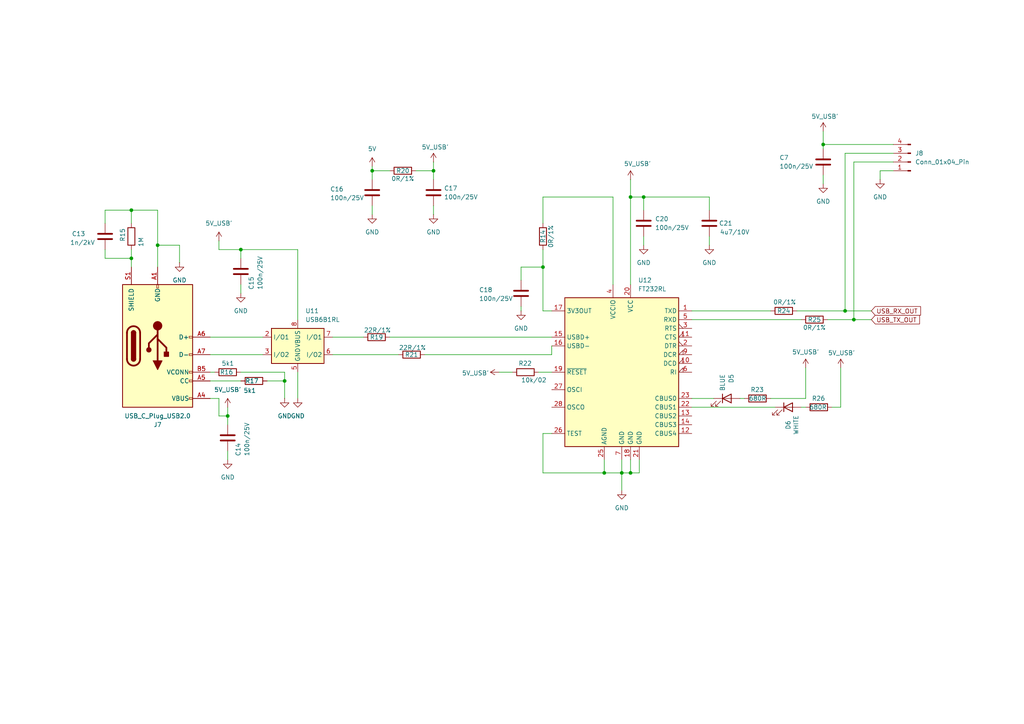
<source format=kicad_sch>
(kicad_sch (version 20250114) (generator "eeschema") (generator_version "9.0")
  (paper "A4")
  (lib_symbols
    (symbol "Connector:Conn_01x04_Pin" (pin_names (offset 1.016) (hide yes))
      (property "Reference" "J" (at 0 5.08 0))
      (property "Value" "Conn_01x04_Pin" (at 0 -7.62 0))
      (symbol "Conn_01x04_Pin_1_1"
        (rectangle (start 0.8636 2.667) (end 0 2.413) (stroke (width 0.1524)) (fill (type outline)))
        (rectangle (start 0.8636 0.127) (end 0 -0.127) (stroke (width 0.1524)) (fill (type outline)))
        (rectangle (start 0.8636 -2.413) (end 0 -2.667) (stroke (width 0.1524)) (fill (type outline)))
        (rectangle (start 0.8636 -4.953) (end 0 -5.207) (stroke (width 0.1524)) (fill (type outline)))
        (polyline (pts (xy 1.27 2.54) (xy 0.8636 2.54)) (stroke (width 0.1524)))
        (polyline (pts (xy 1.27 0) (xy 0.8636 0)) (stroke (width 0.1524)))
        (polyline (pts (xy 1.27 -2.54) (xy 0.8636 -2.54)) (stroke (width 0.1524)))
        (polyline (pts (xy 1.27 -5.08) (xy 0.8636 -5.08)) (stroke (width 0.1524)))
        (pin passive line (at 5.08 2.54 180) (length 3.81) (name "Pin_1") (number "1"))
        (pin passive line (at 5.08 0 180) (length 3.81) (name "Pin_2") (number "2"))
        (pin passive line (at 5.08 -2.54 180) (length 3.81) (name "Pin_3") (number "3"))
        (pin passive line (at 5.08 -5.08 180) (length 3.81) (name "Pin_4") (number "4"))
      )
    )
    (symbol "Connector:USB_C_Plug_USB2.0" (pin_names (offset 1.016))
      (property "Reference" "P" (at -10.16 19.05 0))
      (property "Value" "USB_C_Plug_USB2.0" (at 12.7 19.05 0))
      (symbol "USB_C_Plug_USB2.0_0_0"
        (rectangle (start -0.254 -17.78) (end 0.254 -16.764))
        (rectangle (start 10.16 15.494) (end 9.144 14.986))
        (rectangle (start 10.16 10.414) (end 9.144 9.906))
        (rectangle (start 10.16 7.874) (end 9.144 7.366))
        (rectangle (start 10.16 2.794) (end 9.144 2.286))
        (rectangle (start 10.16 -2.286) (end 9.144 -2.794))
      )
      (symbol "USB_C_Plug_USB2.0_0_1"
        (rectangle (start -10.16 17.78) (end 10.16 -17.78) (stroke (width 0.254)) (fill (type background)))
        (polyline (pts (xy -8.89 -3.81) (xy -8.89 3.81)) (stroke (width 0.508)))
        (rectangle (start -7.62 -3.81) (end -6.35 3.81) (stroke (width 0.254)) (fill (type outline)))
        (arc (start -7.62 3.81) (mid -6.985 4.4423) (end -6.35 3.81) (stroke (width 0.254)))
        (arc (start -7.62 3.81) (mid -6.985 4.4423) (end -6.35 3.81) (stroke (width 0.254)) (fill (type outline)))
        (arc (start -8.89 3.81) (mid -6.985 5.7067) (end -5.08 3.81) (stroke (width 0.508)))
        (arc (start -5.08 -3.81) (mid -6.985 -5.7067) (end -8.89 -3.81) (stroke (width 0.508)))
        (arc (start -6.35 -3.81) (mid -6.985 -4.4423) (end -7.62 -3.81) (stroke (width 0.254)))
        (arc (start -6.35 -3.81) (mid -6.985 -4.4423) (end -7.62 -3.81) (stroke (width 0.254)) (fill (type outline)))
        (polyline (pts (xy -5.08 3.81) (xy -5.08 -3.81)) (stroke (width 0.508)))
        (circle (center -2.54 1.143) (radius 0.635) (stroke (width 0.254)) (fill (type outline)))
        (polyline (pts (xy -1.27 4.318) (xy 0 6.858) (xy 1.27 4.318) (xy -1.27 4.318)) (stroke (width 0.254)) (fill (type outline)))
        (polyline (pts (xy 0 -2.032) (xy 2.54 0.508) (xy 2.54 1.778)) (stroke (width 0.508)))
        (polyline (pts (xy 0 -3.302) (xy -2.54 -0.762) (xy -2.54 0.508)) (stroke (width 0.508)))
        (polyline (pts (xy 0 -5.842) (xy 0 4.318)) (stroke (width 0.508)))
        (circle (center 0 -5.842) (radius 1.27) (fill (type outline)))
        (rectangle (start 1.905 1.778) (end 3.175 3.048) (stroke (width 0.254)) (fill (type outline)))
      )
      (symbol "USB_C_Plug_USB2.0_1_1"
        (pin passive line (at -7.62 -22.86 90) (length 5.08) (name "SHIELD") (number "S1"))
        (pin passive line (at 0 -22.86 90) (length 5.08) (name "GND") (number "A1"))
        (pin passive line (at 0 -22.86 90) (length 5.08) (hide yes) (name "GND") (number "A12"))
        (pin passive line (at 0 -22.86 90) (length 5.08) (hide yes) (name "GND") (number "B1"))
        (pin passive line (at 0 -22.86 90) (length 5.08) (hide yes) (name "GND") (number "B12"))
        (pin passive line (at 15.24 15.24 180) (length 5.08) (name "VBUS") (number "A4"))
        (pin passive line (at 15.24 15.24 180) (length 5.08) (hide yes) (name "VBUS") (number "A9"))
        (pin passive line (at 15.24 15.24 180) (length 5.08) (hide yes) (name "VBUS") (number "B4"))
        (pin passive line (at 15.24 15.24 180) (length 5.08) (hide yes) (name "VBUS") (number "B9"))
        (pin bidirectional line (at 15.24 10.16 180) (length 5.08) (name "CC") (number "A5"))
        (pin bidirectional line (at 15.24 7.62 180) (length 5.08) (name "VCONN") (number "B5"))
        (pin bidirectional line (at 15.24 2.54 180) (length 5.08) (name "D-") (number "A7"))
        (pin bidirectional line (at 15.24 -2.54 180) (length 5.08) (name "D+") (number "A6"))
      )
    )
    (symbol "Device:C" (pin_numbers (hide yes)) (pin_names (offset 0.254))
      (property "Reference" "C" (at 0.635 2.54 0))
      (property "Value" "C" (at 0.635 -2.54 0))
      (symbol "C_0_1"
        (polyline (pts (xy -2.032 0.762) (xy 2.032 0.762)) (stroke (width 0.508)))
        (polyline (pts (xy -2.032 -0.762) (xy 2.032 -0.762)) (stroke (width 0.508)))
      )
      (symbol "C_1_1"
        (pin passive line (at 0 3.81 270) (length 2.794) (name "~") (number "1"))
        (pin passive line (at 0 -3.81 90) (length 2.794) (name "~") (number "2"))
      )
    )
    (symbol "Device:LED" (pin_numbers (hide yes)) (pin_names (offset 1.016) (hide yes))
      (property "Reference" "D" (at 0 2.54 0))
      (property "Value" "LED" (at 0 -2.54 0))
      (symbol "LED_0_1"
        (polyline (pts (xy -3.048 -0.762) (xy -4.572 -2.286) (xy -3.81 -2.286) (xy -4.572 -2.286) (xy -4.572 -1.524)))
        (polyline (pts (xy -1.778 -0.762) (xy -3.302 -2.286) (xy -2.54 -2.286) (xy -3.302 -2.286) (xy -3.302 -1.524)))
        (polyline (pts (xy -1.27 0) (xy 1.27 0)))
        (polyline (pts (xy -1.27 -1.27) (xy -1.27 1.27)) (stroke (width 0.254)))
        (polyline (pts (xy 1.27 -1.27) (xy 1.27 1.27) (xy -1.27 0) (xy 1.27 -1.27)) (stroke (width 0.254)))
      )
      (symbol "LED_1_1"
        (pin passive line (at -3.81 0 0) (length 2.54) (name "K") (number "1"))
        (pin passive line (at 3.81 0 180) (length 2.54) (name "A") (number "2"))
      )
    )
    (symbol "Device:R" (pin_numbers (hide yes)) (pin_names (offset 0))
      (property "Reference" "R" (at 2.032 0 90))
      (property "Value" "R" (at 0 0 90))
      (symbol "R_0_1"
        (rectangle (start -1.016 -2.54) (end 1.016 2.54) (stroke (width 0.254)))
      )
      (symbol "R_1_1"
        (pin passive line (at 0 3.81 270) (length 1.27) (name "~") (number "1"))
        (pin passive line (at 0 -3.81 90) (length 1.27) (name "~") (number "2"))
      )
    )
    (symbol "Interface_USB:FT232RL"
      (property "Reference" "U" (at -16.51 22.86 0))
      (property "Value" "FT232RL" (at 10.16 22.86 0))
      (symbol "FT232RL_0_1"
        (rectangle (start -16.51 21.59) (end 16.51 -21.59) (stroke (width 0.254)) (fill (type background)))
      )
      (symbol "FT232RL_1_1"
        (pin power_out line (at -20.32 17.78 0) (length 3.81) (name "3V3OUT") (number "17"))
        (pin bidirectional line (at -20.32 10.16 0) (length 3.81) (name "USBD+") (number "15"))
        (pin bidirectional line (at -20.32 7.62 0) (length 3.81) (name "USBD-") (number "16"))
        (pin input line (at -20.32 0 0) (length 3.81) (name "~{RESET}") (number "19"))
        (pin input line (at -20.32 -5.08 0) (length 3.81) (name "OSCI") (number "27"))
        (pin output line (at -20.32 -10.16 0) (length 3.81) (name "OSCO") (number "28"))
        (pin input line (at -20.32 -17.78 0) (length 3.81) (name "TEST") (number "26"))
        (pin power_in line (at -5.08 -25.4 90) (length 3.81) (name "AGND") (number "25"))
        (pin power_in line (at -2.54 25.4 270) (length 3.81) (name "VCCIO") (number "4"))
        (pin power_in line (at 0 -25.4 90) (length 3.81) (name "GND") (number "7"))
        (pin power_in line (at 2.54 25.4 270) (length 3.81) (name "VCC") (number "20"))
        (pin power_in line (at 2.54 -25.4 90) (length 3.81) (name "GND") (number "18"))
        (pin power_in line (at 5.08 -25.4 90) (length 3.81) (name "GND") (number "21"))
        (pin output line (at 20.32 17.78 180) (length 3.81) (name "TXD") (number "1"))
        (pin input line (at 20.32 15.24 180) (length 3.81) (name "RXD") (number "5"))
        (pin output output_low (at 20.32 12.7 180) (length 3.81) (name "RTS") (number "3"))
        (pin input input_low (at 20.32 10.16 180) (length 3.81) (name "CTS") (number "11"))
        (pin output output_low (at 20.32 7.62 180) (length 3.81) (name "DTR") (number "2"))
        (pin input input_low (at 20.32 5.08 180) (length 3.81) (name "DCR") (number "9"))
        (pin input input_low (at 20.32 2.54 180) (length 3.81) (name "DCD") (number "10"))
        (pin input input_low (at 20.32 0 180) (length 3.81) (name "RI") (number "6"))
        (pin bidirectional line (at 20.32 -7.62 180) (length 3.81) (name "CBUS0") (number "23"))
        (pin bidirectional line (at 20.32 -10.16 180) (length 3.81) (name "CBUS1") (number "22"))
        (pin bidirectional line (at 20.32 -12.7 180) (length 3.81) (name "CBUS2") (number "13"))
        (pin bidirectional line (at 20.32 -15.24 180) (length 3.81) (name "CBUS3") (number "14"))
        (pin bidirectional line (at 20.32 -17.78 180) (length 3.81) (name "CBUS4") (number "12"))
      )
    )
    (symbol "Power_Protection:USB6B1"
      (property "Reference" "U" (at 6.35 6.35 0))
      (property "Value" "USB6B1" (at 5.08 -6.35 0))
      (symbol "USB6B1_0_1"
        (rectangle (start -7.62 -5.08) (end 7.62 5.08) (stroke (width 0.254)) (fill (type background)))
      )
      (symbol "USB6B1_1_1"
        (pin passive line (at -10.16 2.54 0) (length 2.54) (name "I/O1") (number "2"))
        (pin passive line (at -10.16 -2.54 0) (length 2.54) (name "I/O2") (number "3"))
        (pin passive line (at 0 7.62 270) (length 2.54) (hide yes) (name "VBUS") (number "1"))
        (pin passive line (at 0 7.62 270) (length 2.54) (name "VBUS") (number "8"))
        (pin passive line (at 0 -7.62 90) (length 2.54) (hide yes) (name "GND") (number "4"))
        (pin passive line (at 0 -7.62 90) (length 2.54) (name "GND") (number "5"))
        (pin passive line (at 10.16 2.54 180) (length 2.54) (name "I/O1") (number "7"))
        (pin passive line (at 10.16 -2.54 180) (length 2.54) (name "I/O2") (number "6"))
      )
    )
    (symbol "power:GND" (power) (pin_numbers (hide yes)) (pin_names (offset 0) (hide yes))
      (property "Value" "GND" (at 0 -3.81 0))
      (symbol "GND_0_1"
        (polyline (pts (xy 0 0) (xy 0 -1.27) (xy 1.27 -1.27) (xy 0 -2.54) (xy -1.27 -1.27) (xy 0 -1.27)))
      )
      (symbol "GND_1_1"
        (pin power_in line (at 0 0 270) (length 0) (name "~") (number "1"))
      )
    )
    (symbol "power:VCC" (power) (pin_numbers (hide yes)) (pin_names (offset 0) (hide yes))
      (property "Value" "VCC" (at 0 3.556 0))
      (symbol "VCC_0_1"
        (polyline (pts (xy -0.762 1.27) (xy 0 2.54)))
        (polyline (pts (xy 0 2.54) (xy 0.762 1.27)))
        (polyline (pts (xy 0 0) (xy 0 2.54)))
      )
      (symbol "VCC_1_1"
        (pin power_in line (at 0 0 90) (length 0) (name "~") (number "1"))
      )
    )
  )
  (junction (at 38.1 74.93))
  (junction (at 175.26 137.16))
  (junction (at 238.76 41.91))
  (junction (at 182.88 57.15))
  (junction (at 157.48 77.47))
  (junction (at 45.72 71.12))
  (junction (at 182.88 137.16))
  (junction (at 180.34 137.16))
  (junction (at 247.65 92.71))
  (junction (at 107.95 49.53))
  (junction (at 186.69 57.15))
  (junction (at 66.04 120.65))
  (junction (at 125.73 49.53))
  (junction (at 245.11 90.17))
  (junction (at 69.85 72.39))
  (junction (at 82.55 110.49))
  (junction (at 38.1 60.96))
  (wire (pts (xy 182.88 133.35) (xy 182.88 137.16)))
  (wire (pts (xy 69.85 82.55) (xy 69.85 85.09)))
  (wire (pts (xy 255.27 49.53) (xy 255.27 52.07)))
  (wire (pts (xy 245.11 44.45) (xy 245.11 90.17)))
  (wire (pts (xy 238.76 38.1) (xy 238.76 41.91)))
  (wire (pts (xy 200.66 92.71) (xy 232.41 92.71)))
  (wire (pts (xy 30.48 64.77) (xy 30.48 60.96)))
  (wire (pts (xy 77.47 110.49) (xy 82.55 110.49)))
  (wire (pts (xy 63.5 120.65) (xy 66.04 120.65)))
  (wire (pts (xy 157.48 77.47) (xy 151.13 77.47)))
  (wire (pts (xy 160.02 90.17) (xy 157.48 90.17)))
  (wire (pts (xy 45.72 77.47) (xy 45.72 71.12)))
  (wire (pts (xy 205.74 57.15) (xy 186.69 57.15)))
  (wire (pts (xy 45.72 60.96) (xy 45.72 71.12)))
  (wire (pts (xy 30.48 60.96) (xy 38.1 60.96)))
  (wire (pts (xy 233.68 118.11) (xy 232.41 118.11)))
  (wire (pts (xy 113.03 49.53) (xy 107.95 49.53)))
  (wire (pts (xy 123.19 102.87) (xy 160.02 102.87)))
  (wire (pts (xy 45.72 71.12) (xy 52.07 71.12)))
  (wire (pts (xy 60.96 115.57) (xy 63.5 115.57)))
  (wire (pts (xy 157.48 72.39) (xy 157.48 77.47)))
  (wire (pts (xy 233.68 106.68) (xy 233.68 115.57)))
  (wire (pts (xy 243.84 118.11) (xy 243.84 106.68)))
  (wire (pts (xy 63.5 69.85) (xy 63.5 72.39)))
  (wire (pts (xy 66.04 120.65) (xy 66.04 123.19)))
  (wire (pts (xy 52.07 71.12) (xy 52.07 76.2)))
  (wire (pts (xy 157.48 125.73) (xy 157.48 137.16)))
  (wire (pts (xy 175.26 133.35) (xy 175.26 137.16)))
  (wire (pts (xy 113.03 97.79) (xy 160.02 97.79)))
  (wire (pts (xy 238.76 50.8) (xy 238.76 53.34)))
  (wire (pts (xy 107.95 59.69) (xy 107.95 62.23)))
  (wire (pts (xy 238.76 41.91) (xy 238.76 43.18)))
  (wire (pts (xy 69.85 107.95) (xy 82.55 107.95)))
  (wire (pts (xy 223.52 115.57) (xy 233.68 115.57)))
  (wire (pts (xy 180.34 137.16) (xy 182.88 137.16)))
  (wire (pts (xy 200.66 115.57) (xy 207.01 115.57)))
  (wire (pts (xy 38.1 60.96) (xy 45.72 60.96)))
  (wire (pts (xy 157.48 64.77) (xy 157.48 57.15)))
  (wire (pts (xy 205.74 68.58) (xy 205.74 71.12)))
  (wire (pts (xy 240.03 92.71) (xy 247.65 92.71)))
  (wire (pts (xy 96.52 97.79) (xy 105.41 97.79)))
  (wire (pts (xy 182.88 57.15) (xy 186.69 57.15)))
  (wire (pts (xy 182.88 137.16) (xy 185.42 137.16)))
  (wire (pts (xy 180.34 137.16) (xy 180.34 142.24)))
  (wire (pts (xy 186.69 68.58) (xy 186.69 71.12)))
  (wire (pts (xy 160.02 102.87) (xy 160.02 100.33)))
  (wire (pts (xy 63.5 72.39) (xy 69.85 72.39)))
  (wire (pts (xy 186.69 57.15) (xy 186.69 60.96)))
  (wire (pts (xy 30.48 74.93) (xy 38.1 74.93)))
  (wire (pts (xy 151.13 90.17) (xy 151.13 88.9)))
  (wire (pts (xy 245.11 90.17) (xy 252.73 90.17)))
  (wire (pts (xy 157.48 137.16) (xy 175.26 137.16)))
  (wire (pts (xy 86.36 72.39) (xy 69.85 72.39)))
  (wire (pts (xy 125.73 46.99) (xy 125.73 49.53)))
  (wire (pts (xy 38.1 60.96) (xy 38.1 64.77)))
  (wire (pts (xy 156.21 107.95) (xy 160.02 107.95)))
  (wire (pts (xy 182.88 82.55) (xy 182.88 57.15)))
  (wire (pts (xy 120.65 49.53) (xy 125.73 49.53)))
  (wire (pts (xy 82.55 110.49) (xy 82.55 115.57)))
  (wire (pts (xy 60.96 107.95) (xy 62.23 107.95)))
  (wire (pts (xy 60.96 102.87) (xy 76.2 102.87)))
  (wire (pts (xy 60.96 97.79) (xy 76.2 97.79)))
  (wire (pts (xy 241.3 118.11) (xy 243.84 118.11)))
  (wire (pts (xy 175.26 137.16) (xy 180.34 137.16)))
  (wire (pts (xy 107.95 48.26) (xy 107.95 49.53)))
  (wire (pts (xy 247.65 92.71) (xy 252.73 92.71)))
  (wire (pts (xy 215.9 115.57) (xy 214.63 115.57)))
  (wire (pts (xy 66.04 118.11) (xy 66.04 120.65)))
  (wire (pts (xy 182.88 52.07) (xy 182.88 57.15)))
  (wire (pts (xy 259.08 44.45) (xy 245.11 44.45)))
  (wire (pts (xy 151.13 77.47) (xy 151.13 81.28)))
  (wire (pts (xy 160.02 125.73) (xy 157.48 125.73)))
  (wire (pts (xy 38.1 74.93) (xy 38.1 77.47)))
  (wire (pts (xy 125.73 59.69) (xy 125.73 62.23)))
  (wire (pts (xy 247.65 46.99) (xy 247.65 92.71)))
  (wire (pts (xy 231.14 90.17) (xy 245.11 90.17)))
  (wire (pts (xy 144.78 107.95) (xy 148.59 107.95)))
  (wire (pts (xy 66.04 130.81) (xy 66.04 133.35)))
  (wire (pts (xy 185.42 137.16) (xy 185.42 133.35)))
  (wire (pts (xy 38.1 72.39) (xy 38.1 74.93)))
  (wire (pts (xy 180.34 133.35) (xy 180.34 137.16)))
  (wire (pts (xy 259.08 46.99) (xy 247.65 46.99)))
  (wire (pts (xy 86.36 107.95) (xy 86.36 115.57)))
  (wire (pts (xy 205.74 60.96) (xy 205.74 57.15)))
  (wire (pts (xy 86.36 92.71) (xy 86.36 72.39)))
  (wire (pts (xy 63.5 115.57) (xy 63.5 120.65)))
  (wire (pts (xy 107.95 49.53) (xy 107.95 52.07)))
  (wire (pts (xy 60.96 110.49) (xy 69.85 110.49)))
  (wire (pts (xy 177.8 82.55) (xy 177.8 57.15)))
  (wire (pts (xy 30.48 72.39) (xy 30.48 74.93)))
  (wire (pts (xy 125.73 49.53) (xy 125.73 52.07)))
  (wire (pts (xy 157.48 57.15) (xy 177.8 57.15)))
  (wire (pts (xy 96.52 102.87) (xy 115.57 102.87)))
  (wire (pts (xy 82.55 107.95) (xy 82.55 110.49)))
  (wire (pts (xy 259.08 49.53) (xy 255.27 49.53)))
  (wire (pts (xy 157.48 90.17) (xy 157.48 77.47)))
  (wire (pts (xy 200.66 90.17) (xy 223.52 90.17)))
  (wire (pts (xy 200.66 118.11) (xy 224.79 118.11)))
  (wire (pts (xy 69.85 72.39) (xy 69.85 74.93)))
  (wire (pts (xy 238.76 41.91) (xy 259.08 41.91)))
  (global_label "USB_RX_OUT" (shape input) (at 252.73 90.17 0) (property "Intersheetrefs" "${INTERSHEET_REFS}" (effects (hide yes))))
  (global_label "USB_TX_OUT" (shape input) (at 252.73 92.71 0) (property "Intersheetrefs" "${INTERSHEET_REFS}" (effects (hide yes))))
  (symbol (lib_id "Device:R") (at 38.1 68.58 0) (unit 1)
    (property "Reference" "R15" (at 35.56 70.104 90) (effects (justify left)))
    (property "Value" "1M" (at 40.894 71.628 90) (effects (justify left)))
    (property "Footprint" "Resistor_SMD:R_0603_1608Metric" (effects (hide yes)))
    (property "Description" "Resistor" (effects (hide yes)))
    (property "JLC_PN" "C22935" (effects (hide yes)))
  )
  (symbol (lib_id "power:VCC") (at 238.76 38.1 0) (unit 1)
    (property "Reference" "#PWR023" (effects (hide yes)))
    (property "Value" "5V_USB'" (at 239.268 33.782 0))
    (property "Description" "Power symbol creates a global label with name \"VCC\"" (effects (hide yes)))
  )
  (symbol (lib_id "Device:C") (at 186.69 64.77 0) (unit 1)
    (property "Reference" "C20" (at 189.992 63.5 0) (effects (justify left)))
    (property "Value" "100n/25V" (at 189.992 66.04 0) (effects (justify left)))
    (property "Footprint" "Capacitor_SMD:C_0402_1005Metric" (effects (hide yes)))
    (property "Description" "Unpolarized capacitor" (effects (hide yes)))
    (property "JLC_PN" "C77014" (effects (hide yes)))
  )
  (symbol (lib_id "power:VCC") (at 243.84 106.68 0) (unit 1)
    (property "Reference" "#PWR061" (effects (hide yes)))
    (property "Value" "5V_USB'" (at 244.094 102.362 0))
    (property "Description" "Power symbol creates a global label with name \"VCC\"" (effects (hide yes)))
  )
  (symbol (lib_id "power:GND") (at 125.73 62.23 0) (unit 1)
    (property "Reference" "#PWR051" (effects (hide yes)))
    (property "Value" "GND" (at 125.73 67.31 0))
    (property "Description" "Power symbol creates a global label with name \"GND\" , ground" (effects (hide yes)))
  )
  (symbol (lib_id "Device:R") (at 219.71 115.57 270) (unit 1)
    (property "Reference" "R23" (at 217.678 113.03 90) (effects (justify left)))
    (property "Value" "680R" (at 217.17 115.57 90) (effects (justify left)))
    (property "Footprint" "Resistor_SMD:R_0603_1608Metric" (effects (hide yes)))
    (property "Description" "Resistor" (effects (hide yes)))
    (property "JLC_PN" "C25177" (effects (hide yes)))
  )
  (symbol (lib_id "Device:R") (at 66.04 107.95 270) (unit 1)
    (property "Reference" "R16" (at 63.754 107.95 90) (effects (justify left)))
    (property "Value" "5k1" (at 64.262 105.41 90) (effects (justify left)))
    (property "Footprint" "Resistor_SMD:R_0603_1608Metric" (effects (hide yes)))
    (property "Description" "Resistor" (effects (hide yes)))
    (property "JLC_PN" "C23162" (effects (hide yes)))
  )
  (symbol (lib_id "power:GND") (at 82.55 115.57 0) (unit 1)
    (property "Reference" "#PWR046" (effects (hide yes)))
    (property "Value" "GND" (at 82.55 120.65 0))
    (property "Description" "Power symbol creates a global label with name \"GND\" , ground" (effects (hide yes)))
  )
  (symbol (lib_id "power:VCC") (at 66.04 118.11 0) (unit 1)
    (property "Reference" "#PWR043" (effects (hide yes)))
    (property "Value" "5V_USB'" (at 66.04 113.03 0))
    (property "Description" "Power symbol creates a global label with name \"VCC\"" (effects (hide yes)))
  )
  (symbol (lib_id "Device:R") (at 237.49 118.11 270) (unit 1)
    (property "Reference" "R26" (at 235.458 115.57 90) (effects (justify left)))
    (property "Value" "680R" (at 234.696 118.11 90) (effects (justify left)))
    (property "Footprint" "Resistor_SMD:R_0603_1608Metric" (effects (hide yes)))
    (property "Description" "Resistor" (effects (hide yes)))
    (property "JLC_PN" "C25177" (effects (hide yes)))
  )
  (symbol (lib_id "power:GND") (at 86.36 115.57 0) (unit 1)
    (property "Reference" "#PWR047" (effects (hide yes)))
    (property "Value" "GND" (at 86.36 120.65 0))
    (property "Description" "Power symbol creates a global label with name \"GND\" , ground" (effects (hide yes)))
  )
  (symbol (lib_id "power:VCC") (at 107.95 48.26 0) (unit 1)
    (property "Reference" "#PWR048" (effects (hide yes)))
    (property "Value" "5V" (at 107.95 43.18 0))
    (property "Description" "Power symbol creates a global label with name \"VCC\"" (effects (hide yes)))
  )
  (symbol (lib_id "Device:C") (at 69.85 78.74 0) (unit 1)
    (property "Reference" "C15" (at 72.898 84.074 90) (effects (justify left)))
    (property "Value" "100n/25V" (at 75.438 84.074 90) (effects (justify left)))
    (property "Footprint" "Capacitor_SMD:C_0402_1005Metric" (effects (hide yes)))
    (property "Description" "Unpolarized capacitor" (effects (hide yes)))
    (property "JLC_PN" "C77014" (effects (hide yes)))
  )
  (symbol (lib_id "Interface_USB:FT232RL") (at 180.34 107.95 0) (unit 1)
    (property "Reference" "U12" (at 185.0741 81.28 0) (effects (justify left)))
    (property "Value" "FT232RL" (at 185.0741 83.82 0) (effects (justify left)))
    (property "Footprint" "Package_SO:SSOP-28_5.3x10.2mm_P0.65mm" (effects (hide yes)))
    (property "Datasheet" "https://www.ftdichip.com/Support/Documents/DataSheets/ICs/DS_FT232R.pdf" (effects (hide yes)))
    (property "Description" "USB to Serial Interface, SSOP-28" (effects (hide yes)))
    (property "JLC_PN" "C5246810" (effects (hide yes)))
  )
  (symbol (lib_id "Device:C") (at 238.76 46.99 0) (unit 1)
    (property "Reference" "C7" (at 226.06 45.72 0) (effects (justify left)))
    (property "Value" "100n/25V" (at 226.06 48.26 0) (effects (justify left)))
    (property "Footprint" "Capacitor_SMD:C_0402_1005Metric" (effects (hide yes)))
    (property "Description" "Unpolarized capacitor" (effects (hide yes)))
    (property "JLC_PN" "C77014" (effects (hide yes)))
  )
  (symbol (lib_id "Device:R") (at 119.38 102.87 90) (unit 1)
    (property "Reference" "R21" (at 119.38 102.87 90))
    (property "Value" "22R/1%" (at 119.634 100.838 90))
    (property "Footprint" "Resistor_SMD:R_0402_1005Metric" (effects (hide yes)))
    (property "Description" "Resistor" (effects (hide yes)))
    (property "JLC_PN" "C25092" (effects (hide yes)))
  )
  (symbol (lib_id "power:GND") (at 107.95 62.23 0) (unit 1)
    (property "Reference" "#PWR049" (effects (hide yes)))
    (property "Value" "GND" (at 107.95 67.31 0))
    (property "Description" "Power symbol creates a global label with name \"GND\" , ground" (effects (hide yes)))
  )
  (symbol (lib_id "Device:R") (at 116.84 49.53 90) (unit 1)
    (property "Reference" "R20" (at 116.84 49.53 90))
    (property "Value" "0R/1%" (at 116.84 51.816 90))
    (property "Footprint" "Resistor_SMD:R_0603_1608Metric" (effects (hide yes)))
    (property "Description" "Resistor" (effects (hide yes)))
    (property "JLC_PN" "C21189" (effects (hide yes)))
  )
  (symbol (lib_id "power:GND") (at 66.04 133.35 0) (unit 1)
    (property "Reference" "#PWR044" (effects (hide yes)))
    (property "Value" "GND" (at 66.04 138.43 0))
    (property "Description" "Power symbol creates a global label with name \"GND\" , ground" (effects (hide yes)))
  )
  (symbol (lib_id "Power_Protection:USB6B1") (at 86.36 100.33 0) (unit 1)
    (property "Reference" "U11" (at 88.5541 90.17 0) (effects (justify left)))
    (property "Value" "USB6B1RL" (at 88.5541 92.71 0) (effects (justify left)))
    (property "Footprint" "Package_SO:SOIC-8_3.9x4.9mm_P1.27mm" (effects (hide yes)))
    (property "Datasheet" "http://www.st.com/content/ccc/resource/technical/document/datasheet/3e/ec/b2/54/b2/76/47/90/CD00001361.pdf/files/CD00001361.pdf/jcr:content/translations/en.CD00001361.pdf" (effects (hide yes)))
    (property "Description" "5V Data line protection" (effects (hide yes)))
  )
  (symbol (lib_id "power:GND") (at 69.85 85.09 0) (unit 1)
    (property "Reference" "#PWR045" (effects (hide yes)))
    (property "Value" "GND" (at 69.85 90.17 0))
    (property "Description" "Power symbol creates a global label with name \"GND\" , ground" (effects (hide yes)))
  )
  (symbol (lib_id "power:GND") (at 238.76 53.34 0) (unit 1)
    (property "Reference" "#PWR024" (effects (hide yes)))
    (property "Value" "GND" (at 238.76 58.42 0))
    (property "Description" "Power symbol creates a global label with name \"GND\" , ground" (effects (hide yes)))
  )
  (symbol (lib_id "power:GND") (at 205.74 71.12 0) (unit 1)
    (property "Reference" "#PWR059" (effects (hide yes)))
    (property "Value" "GND" (at 205.74 76.2 0))
    (property "Description" "Power symbol creates a global label with name \"GND\" , ground" (effects (hide yes)))
  )
  (symbol (lib_id "power:VCC") (at 63.5 69.85 0) (unit 1)
    (property "Reference" "#PWR02" (effects (hide yes)))
    (property "Value" "5V_USB'" (at 63.5 64.77 0))
    (property "Description" "Power symbol creates a global label with name \"VCC\"" (effects (hide yes)))
  )
  (symbol (lib_id "power:GND") (at 255.27 52.07 0) (unit 1)
    (property "Reference" "#PWR063" (effects (hide yes)))
    (property "Value" "GND" (at 255.27 57.15 0))
    (property "Description" "Power symbol creates a global label with name \"GND\" , ground" (effects (hide yes)))
  )
  (symbol (lib_id "Device:R") (at 152.4 107.95 270) (unit 1)
    (property "Reference" "R22" (at 150.368 105.41 90) (effects (justify left)))
    (property "Value" "10k/02" (at 151.13 110.236 90) (effects (justify left)))
    (property "Footprint" "Resistor_SMD:R_0402_1005Metric" (effects (hide yes)))
    (property "Description" "Resistor" (effects (hide yes)))
    (property "JLC_PN" "C25531" (effects (hide yes)))
  )
  (symbol (lib_id "Device:LED") (at 228.6 118.11 0) (unit 1)
    (property "Reference" "D6" (at 228.6 121.92 90) (effects (justify right)))
    (property "Value" "WHITE" (at 230.886 120.396 90) (effects (justify right)))
    (property "Footprint" "LED_SMD:LED_0603_1608Metric" (effects (hide yes)))
    (property "Description" "Light emitting diode" (effects (hide yes)))
    (property "JLC_PN" " C2290" (effects (hide yes)))
  )
  (symbol (lib_id "Device:LED") (at 210.82 115.57 0) (unit 1)
    (property "Reference" "D5" (at 212.09 108.458 90) (effects (justify right)))
    (property "Value" "BLUE" (at 209.55 108.458 90) (effects (justify right)))
    (property "Footprint" "LED_SMD:LED_0603_1608Metric" (effects (hide yes)))
    (property "Description" "Light emitting diode" (effects (hide yes)))
    (property "JLC_PN" "C2288" (effects (hide yes)))
  )
  (symbol (lib_id "power:GND") (at 52.07 76.2 0) (unit 1)
    (property "Reference" "#PWR01" (effects (hide yes)))
    (property "Value" "GND" (at 52.07 81.28 0))
    (property "Description" "Power symbol creates a global label with name \"GND\" , ground" (effects (hide yes)))
  )
  (symbol (lib_id "Connector:USB_C_Plug_USB2.0") (at 45.72 100.33 0) (mirror x) (unit 1)
    (property "Reference" "J7" (at 45.72 123.19 0))
    (property "Value" "USB_C_Plug_USB2.0" (at 45.72 120.65 0))
    (property "Footprint" "Connector_USB:USB_C_Receptacle_GCT_USB4105-xx-A_16P_TopMnt_Horizontal" (effects (hide yes)))
    (property "Datasheet" "https://www.usb.org/sites/default/files/documents/usb_type-c.zip" (effects (hide yes)))
    (property "Description" "USB 2.0-only Type-C Plug connector" (effects (hide yes)))
    (property "JLC_PN" "C393939" (effects (hide yes)))
  )
  (symbol (lib_id "Device:R") (at 157.48 68.58 180) (unit 1)
    (property "Reference" "R14" (at 157.48 68.58 90))
    (property "Value" "0R/1%" (at 159.766 68.58 90))
    (property "Footprint" "Resistor_SMD:R_0603_1608Metric" (effects (hide yes)))
    (property "Description" "Resistor" (effects (hide yes)))
    (property "JLC_PN" "C21189" (effects (hide yes)))
  )
  (symbol (lib_id "Device:R") (at 227.33 90.17 90) (unit 1)
    (property "Reference" "R24" (at 227.33 90.17 90))
    (property "Value" "0R/1%" (at 227.584 87.63 90))
    (property "Footprint" "Resistor_SMD:R_0603_1608Metric" (effects (hide yes)))
    (property "Description" "Resistor" (effects (hide yes)))
    (property "JLC_PN" "C21189" (effects (hide yes)))
  )
  (symbol (lib_id "power:GND") (at 186.69 71.12 0) (unit 1)
    (property "Reference" "#PWR058" (effects (hide yes)))
    (property "Value" "GND" (at 186.69 76.2 0))
    (property "Description" "Power symbol creates a global label with name \"GND\" , ground" (effects (hide yes)))
  )
  (symbol (lib_id "power:VCC") (at 125.73 46.99 0) (unit 1)
    (property "Reference" "#PWR050" (effects (hide yes)))
    (property "Value" "5V_USB'" (at 126.238 42.672 0))
    (property "Description" "Power symbol creates a global label with name \"VCC\"" (effects (hide yes)))
  )
  (symbol (lib_id "power:GND") (at 180.34 142.24 0) (unit 1)
    (property "Reference" "#PWR056" (effects (hide yes)))
    (property "Value" "GND" (at 180.34 147.32 0))
    (property "Description" "Power symbol creates a global label with name \"GND\" , ground" (effects (hide yes)))
  )
  (symbol (lib_id "Device:C") (at 125.73 55.88 0) (unit 1)
    (property "Reference" "C17" (at 128.778 54.61 0) (effects (justify left)))
    (property "Value" "100n/25V" (at 128.778 57.15 0) (effects (justify left)))
    (property "Footprint" "Capacitor_SMD:C_0402_1005Metric" (effects (hide yes)))
    (property "Description" "Unpolarized capacitor" (effects (hide yes)))
    (property "JLC_PN" "C77014" (effects (hide yes)))
  )
  (symbol (lib_id "Device:C") (at 107.95 55.88 0) (unit 1)
    (property "Reference" "C16" (at 95.758 54.864 0) (effects (justify left)))
    (property "Value" "100n/25V" (at 95.758 57.404 0) (effects (justify left)))
    (property "Footprint" "Capacitor_SMD:C_0402_1005Metric" (effects (hide yes)))
    (property "Description" "Unpolarized capacitor" (effects (hide yes)))
    (property "JLC_PN" "C77014" (effects (hide yes)))
  )
  (symbol (lib_id "Device:R") (at 236.22 92.71 90) (unit 1)
    (property "Reference" "R25" (at 236.22 92.71 90))
    (property "Value" "0R/1%" (at 236.22 94.996 90))
    (property "Footprint" "Resistor_SMD:R_0603_1608Metric" (effects (hide yes)))
    (property "Description" "Resistor" (effects (hide yes)))
    (property "JLC_PN" "C21189" (effects (hide yes)))
  )
  (symbol (lib_id "power:VCC") (at 182.88 52.07 0) (unit 1)
    (property "Reference" "#PWR057" (effects (hide yes)))
    (property "Value" "5V_USB'" (at 184.912 47.498 0))
    (property "Description" "Power symbol creates a global label with name \"VCC\"" (effects (hide yes)))
  )
  (symbol (lib_id "Device:C") (at 151.13 85.09 0) (unit 1)
    (property "Reference" "C18" (at 138.938 84.074 0) (effects (justify left)))
    (property "Value" "100n/25V" (at 138.938 86.614 0) (effects (justify left)))
    (property "Footprint" "Capacitor_SMD:C_0402_1005Metric" (effects (hide yes)))
    (property "Description" "Unpolarized capacitor" (effects (hide yes)))
    (property "JLC_PN" "C77014" (effects (hide yes)))
  )
  (symbol (lib_id "Device:R") (at 109.22 97.79 90) (unit 1)
    (property "Reference" "R19" (at 109.22 97.79 90))
    (property "Value" "22R/1%" (at 109.474 95.758 90))
    (property "Footprint" "Resistor_SMD:R_0402_1005Metric" (effects (hide yes)))
    (property "Description" "Resistor" (effects (hide yes)))
    (property "JLC_PN" "C25092" (effects (hide yes)))
  )
  (symbol (lib_id "power:GND") (at 151.13 90.17 0) (unit 1)
    (property "Reference" "#PWR053" (effects (hide yes)))
    (property "Value" "GND" (at 151.13 95.25 0))
    (property "Description" "Power symbol creates a global label with name \"GND\" , ground" (effects (hide yes)))
  )
  (symbol (lib_id "Connector:Conn_01x04_Pin") (at 264.16 46.99 180) (unit 1)
    (property "Reference" "J8" (at 265.43 44.4499 0) (effects (justify right)))
    (property "Value" "Conn_01x04_Pin" (at 265.43 46.9899 0) (effects (justify right)))
    (property "Footprint" "Connector_PinHeader_2.54mm:PinHeader_1x04_P2.54mm_Vertical" (effects (hide yes)))
    (property "Description" "Generic connector, single row, 01x04, script generated" (effects (hide yes)))
    (property "JLC_PN" "C7430360" (effects (hide yes)))
  )
  (symbol (lib_id "Device:C") (at 30.48 68.58 0) (unit 1)
    (property "Reference" "C13" (at 20.828 67.818 0) (effects (justify left)))
    (property "Value" "1n/2kV" (at 20.32 70.358 0) (effects (justify left)))
    (property "Footprint" "Capacitor_SMD:C_1206_3216Metric" (effects (hide yes)))
    (property "Description" "Unpolarized capacitor" (effects (hide yes)))
    (property "JLC_PN" "C23631" (effects (hide yes)))
  )
  (symbol (lib_id "power:VCC") (at 144.78 107.95 90) (unit 1)
    (property "Reference" "#PWR052" (effects (hide yes)))
    (property "Value" "5V_USB'" (at 137.922 108.204 90))
    (property "Description" "Power symbol creates a global label with name \"VCC\"" (effects (hide yes)))
  )
  (symbol (lib_id "power:VCC") (at 233.68 106.68 0) (unit 1)
    (property "Reference" "#PWR060" (effects (hide yes)))
    (property "Value" "5V_USB'" (at 233.68 102.108 0))
    (property "Description" "Power symbol creates a global label with name \"VCC\"" (effects (hide yes)))
  )
  (symbol (lib_id "Device:C") (at 205.74 64.77 0) (unit 1)
    (property "Reference" "C21" (at 208.534 64.77 0) (effects (justify left)))
    (property "Value" "4u7/10V" (at 208.788 67.31 0) (effects (justify left)))
    (property "Footprint" "Capacitor_SMD:C_0402_1005Metric" (effects (hide yes)))
    (property "Description" "Unpolarized capacitor" (effects (hide yes)))
    (property "JLC_PN" "C23733 " (effects (hide yes)))
  )
  (symbol (lib_id "Device:C") (at 66.04 127 0) (unit 1)
    (property "Reference" "C14" (at 69.088 132.334 90) (effects (justify left)))
    (property "Value" "100n/25V" (at 71.628 132.334 90) (effects (justify left)))
    (property "Footprint" "Capacitor_SMD:C_0402_1005Metric" (effects (hide yes)))
    (property "Description" "Unpolarized capacitor" (effects (hide yes)))
    (property "JLC_PN" "C77014" (effects (hide yes)))
  )
  (symbol (lib_id "Device:R") (at 73.66 110.49 270) (unit 1)
    (property "Reference" "R17" (at 71.12 110.49 90) (effects (justify left)))
    (property "Value" "5k1" (at 70.612 113.284 90) (effects (justify left)))
    (property "Footprint" "Resistor_SMD:R_0603_1608Metric" (effects (hide yes)))
    (property "Description" "Resistor" (effects (hide yes)))
    (property "JLC_PN" "C23162" (effects (hide yes)))
  )
)
</source>
